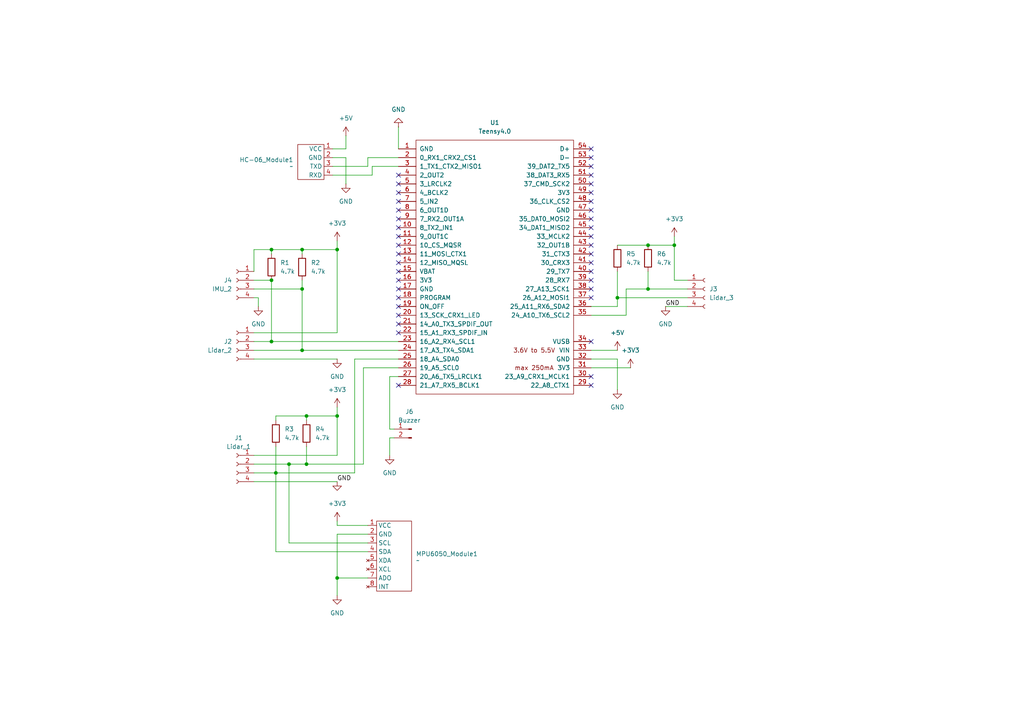
<source format=kicad_sch>
(kicad_sch (version 20231120) (generator "eeschema") (generator_version "8.0")
  (paper "A4")
  (lib_symbols
    (symbol "Connector:Conn_01x02_Pin" (pin_names (offset 1.016) hide)
      (property "Reference" "J" (at 0 2.54 0))
      (property "Value" "Conn_01x02_Pin" (at 0 -5.08 0))
      (symbol "Conn_01x02_Pin_1_1"
        (polyline (pts (xy 1.27 -2.54) (xy 0.8636 -2.54)) (stroke (width 0.1524)))
        (polyline (pts (xy 1.27 0) (xy 0.8636 0)) (stroke (width 0.1524)))
        (rectangle (start 0.8636 -2.413) (end 0 -2.667) (stroke (width 0.1524)) (fill (type outline)))
        (rectangle (start 0.8636 0.127) (end 0 -0.127) (stroke (width 0.1524)) (fill (type outline)))
        (pin passive line (at 5.08 0 180) (length 3.81) (name "Pin_1") (number "1"))
        (pin passive line (at 5.08 -2.54 180) (length 3.81) (name "Pin_2") (number "2"))
      )
    )
    (symbol "Connector:Conn_01x04_Socket" (pin_names (offset 1.016) hide)
      (property "Reference" "J" (at 0 5.08 0))
      (property "Value" "Conn_01x04_Socket" (at 0 -7.62 0))
      (symbol "Conn_01x04_Socket_1_1"
        (arc (start 0 -4.572) (mid -0.5058 -5.08) (end 0 -5.588) (stroke (width 0.1524)))
        (arc (start 0 -2.032) (mid -0.5058 -2.54) (end 0 -3.048) (stroke (width 0.1524)))
        (polyline (pts (xy -1.27 -5.08) (xy -0.508 -5.08)) (stroke (width 0.1524)))
        (polyline (pts (xy -1.27 -2.54) (xy -0.508 -2.54)) (stroke (width 0.1524)))
        (polyline (pts (xy -1.27 0) (xy -0.508 0)) (stroke (width 0.1524)))
        (polyline (pts (xy -1.27 2.54) (xy -0.508 2.54)) (stroke (width 0.1524)))
        (arc (start 0 0.508) (mid -0.5058 0) (end 0 -0.508) (stroke (width 0.1524)))
        (arc (start 0 3.048) (mid -0.5058 2.54) (end 0 2.032) (stroke (width 0.1524)))
        (pin passive line (at -5.08 2.54 0) (length 3.81) (name "Pin_1") (number "1"))
        (pin passive line (at -5.08 0 0) (length 3.81) (name "Pin_2") (number "2"))
        (pin passive line (at -5.08 -2.54 0) (length 3.81) (name "Pin_3") (number "3"))
        (pin passive line (at -5.08 -5.08 0) (length 3.81) (name "Pin_4") (number "4"))
      )
    )
    (symbol "Customs:HC-06_Module"
      (property "Reference" "HC-06_Module" (at 0 0 0))
      (symbol "HC-06_Module_0_1"
        (rectangle (start -3.81 5.08) (end 3.81 -5.08))
      )
      (symbol "HC-06_Module_1_1"
        (pin input line (at -6.35 3.81 0) (length 2.54) (name "VCC") (number "1"))
        (pin input line (at -6.35 1.27 0) (length 2.54) (name "GND") (number "2"))
        (pin output line (at -6.35 -1.27 0) (length 2.54) (name "TXD") (number "3"))
        (pin input line (at -6.35 -3.81 0) (length 2.54) (name "RXD") (number "4"))
      )
    )
    (symbol "Customs:MPU6050_Module"
      (property "Reference" "MPU6050_Module" (at 0 0 0))
      (symbol "MPU6050_Module_0_1"
        (rectangle (start -5.08 10.16) (end 5.08 -10.16))
      )
      (symbol "MPU6050_Module_1_1"
        (pin input line (at -7.62 8.89 0) (length 2.54) (name "VCC") (number "1"))
        (pin input line (at -7.62 6.35 0) (length 2.54) (name "GND") (number "2"))
        (pin input line (at -7.62 3.81 0) (length 2.54) (name "SCL") (number "3"))
        (pin bidirectional line (at -7.62 1.27 0) (length 2.54) (name "SDA") (number "4"))
        (pin no_connect line (at -7.62 -1.27 0) (length 2.54) (name "XDA") (number "5"))
        (pin no_connect line (at -7.62 -3.81 0) (length 2.54) (name "XCL") (number "6"))
        (pin input line (at -7.62 -6.35 0) (length 2.54) (name "ADO") (number "7"))
        (pin no_connect line (at -7.62 -8.89 0) (length 2.54) (name "INT") (number "8"))
      )
    )
    (symbol "Device:R" (pin_numbers hide) (pin_names (offset 0))
      (property "Reference" "R" (at 2.032 0 90))
      (property "Value" "R" (at 0 0 90))
      (symbol "R_0_1"
        (rectangle (start -1.016 -2.54) (end 1.016 2.54) (stroke (width 0.254)))
      )
      (symbol "R_1_1"
        (pin passive line (at 0 3.81 270) (length 1.27) (name "~") (number "1"))
        (pin passive line (at 0 -3.81 90) (length 1.27) (name "~") (number "2"))
      )
    )
    (symbol "power:+3V3" (power) (pin_numbers hide) (pin_names (offset 0) hide)
      (property "Value" "+3V3" (at 0 3.556 0))
      (symbol "+3V3_0_1"
        (polyline (pts (xy -0.762 1.27) (xy 0 2.54)))
        (polyline (pts (xy 0 0) (xy 0 2.54)))
        (polyline (pts (xy 0 2.54) (xy 0.762 1.27)))
      )
      (symbol "+3V3_1_1"
        (pin power_in line (at 0 0 90) (length 0) (name "~") (number "1"))
      )
    )
    (symbol "power:+5V" (power) (pin_numbers hide) (pin_names (offset 0) hide)
      (property "Value" "+5V" (at 0 3.556 0))
      (symbol "+5V_0_1"
        (polyline (pts (xy -0.762 1.27) (xy 0 2.54)))
        (polyline (pts (xy 0 0) (xy 0 2.54)))
        (polyline (pts (xy 0 2.54) (xy 0.762 1.27)))
      )
      (symbol "+5V_1_1"
        (pin power_in line (at 0 0 90) (length 0) (name "~") (number "1"))
      )
    )
    (symbol "power:GND" (power) (pin_numbers hide) (pin_names (offset 0) hide)
      (property "Value" "GND" (at 0 -3.81 0))
      (symbol "GND_0_1"
        (polyline (pts (xy 0 0) (xy 0 -1.27) (xy 1.27 -1.27) (xy 0 -2.54) (xy -1.27 -1.27) (xy 0 -1.27)))
      )
      (symbol "GND_1_1"
        (pin power_in line (at 0 0 270) (length 0) (name "~") (number "1"))
      )
    )
    (symbol "teensy:Teensy4.0" (pin_names (offset 1.016))
      (property "Reference" "U" (at 0 39.37 0))
      (property "Value" "Teensy4.0" (at 0 -39.37 0))
      (symbol "Teensy4.0_0_0"
        (text "3.6V to 5.5V" (at 11.43 -24.13 0) (effects (font (size 1.27 1.27))))
        (text "max 250mA" (at 11.43 -29.21 0) (effects (font (size 1.27 1.27))))
        (pin bidirectional line (at -27.94 11.43 0) (length 5.08) (name "8_TX2_IN1") (number "10"))
        (pin bidirectional line (at -27.94 8.89 0) (length 5.08) (name "9_OUT1C") (number "11"))
        (pin bidirectional line (at -27.94 6.35 0) (length 5.08) (name "10_CS_MQSR") (number "12"))
        (pin bidirectional line (at -27.94 3.81 0) (length 5.08) (name "11_MOSI_CTX1") (number "13"))
        (pin bidirectional line (at -27.94 1.27 0) (length 5.08) (name "12_MISO_MQSL") (number "14"))
        (pin power_in line (at -27.94 -1.27 0) (length 5.08) (name "VBAT") (number "15"))
        (pin power_in line (at -27.94 -3.81 0) (length 5.08) (name "3V3") (number "16"))
        (pin power_in line (at -27.94 -6.35 0) (length 5.08) (name "GND") (number "17"))
        (pin input line (at -27.94 -8.89 0) (length 5.08) (name "PROGRAM") (number "18"))
        (pin input line (at -27.94 -11.43 0) (length 5.08) (name "ON_OFF") (number "19"))
        (pin bidirectional line (at -27.94 -13.97 0) (length 5.08) (name "13_SCK_CRX1_LED") (number "20"))
        (pin bidirectional line (at -27.94 -16.51 0) (length 5.08) (name "14_A0_TX3_SPDIF_OUT") (number "21"))
        (pin bidirectional line (at -27.94 -19.05 0) (length 5.08) (name "15_A1_RX3_SPDIF_IN") (number "22"))
        (pin bidirectional line (at -27.94 -21.59 0) (length 5.08) (name "16_A2_RX4_SCL1") (number "23"))
        (pin bidirectional line (at -27.94 -24.13 0) (length 5.08) (name "17_A3_TX4_SDA1") (number "24"))
        (pin bidirectional line (at -27.94 -26.67 0) (length 5.08) (name "18_A4_SDA0") (number "25"))
        (pin bidirectional line (at -27.94 -29.21 0) (length 5.08) (name "19_A5_SCL0") (number "26"))
        (pin bidirectional line (at -27.94 -31.75 0) (length 5.08) (name "20_A6_TX5_LRCLK1") (number "27"))
        (pin bidirectional line (at -27.94 -34.29 0) (length 5.08) (name "21_A7_RX5_BCLK1") (number "28"))
        (pin bidirectional line (at 27.94 -34.29 180) (length 5.08) (name "22_A8_CTX1") (number "29"))
        (pin bidirectional line (at 27.94 -31.75 180) (length 5.08) (name "23_A9_CRX1_MCLK1") (number "30"))
        (pin power_out line (at 27.94 -29.21 180) (length 5.08) (name "3V3") (number "31"))
        (pin power_in line (at 27.94 -26.67 180) (length 5.08) (name "GND") (number "32"))
        (pin power_in line (at 27.94 -24.13 180) (length 5.08) (name "VIN") (number "33"))
        (pin power_out line (at 27.94 -21.59 180) (length 5.08) (name "VUSB") (number "34"))
        (pin bidirectional line (at 27.94 -13.97 180) (length 5.08) (name "24_A10_TX6_SCL2") (number "35"))
        (pin bidirectional line (at 27.94 -11.43 180) (length 5.08) (name "25_A11_RX6_SDA2") (number "36"))
        (pin bidirectional line (at 27.94 -8.89 180) (length 5.08) (name "26_A12_MOSI1") (number "37"))
        (pin bidirectional line (at 27.94 -6.35 180) (length 5.08) (name "27_A13_SCK1") (number "38"))
        (pin bidirectional line (at 27.94 -3.81 180) (length 5.08) (name "28_RX7") (number "39"))
        (pin bidirectional line (at 27.94 -1.27 180) (length 5.08) (name "29_TX7") (number "40"))
        (pin bidirectional line (at 27.94 1.27 180) (length 5.08) (name "30_CRX3") (number "41"))
        (pin bidirectional line (at 27.94 3.81 180) (length 5.08) (name "31_CTX3") (number "42"))
        (pin bidirectional line (at 27.94 6.35 180) (length 5.08) (name "32_OUT1B") (number "43"))
        (pin bidirectional line (at 27.94 8.89 180) (length 5.08) (name "33_MCLK2") (number "44"))
        (pin bidirectional line (at 27.94 11.43 180) (length 5.08) (name "34_DAT1_MISO2") (number "45"))
        (pin bidirectional line (at 27.94 13.97 180) (length 5.08) (name "35_DAT0_MOSI2") (number "46"))
        (pin power_out line (at 27.94 16.51 180) (length 5.08) (name "GND") (number "47"))
        (pin bidirectional line (at 27.94 19.05 180) (length 5.08) (name "36_CLK_CS2") (number "48"))
        (pin power_out line (at 27.94 21.59 180) (length 5.08) (name "3V3") (number "49"))
        (pin bidirectional line (at -27.94 24.13 0) (length 5.08) (name "3_LRCLK2") (number "5"))
        (pin bidirectional line (at 27.94 24.13 180) (length 5.08) (name "37_CMD_SCK2") (number "50"))
        (pin bidirectional line (at 27.94 26.67 180) (length 5.08) (name "38_DAT3_RX5") (number "51"))
        (pin bidirectional line (at 27.94 29.21 180) (length 5.08) (name "39_DAT2_TX5") (number "52"))
        (pin bidirectional line (at 27.94 31.75 180) (length 5.08) (name "D-") (number "53"))
        (pin bidirectional line (at 27.94 34.29 180) (length 5.08) (name "D+") (number "54"))
        (pin bidirectional line (at -27.94 21.59 0) (length 5.08) (name "4_BCLK2") (number "6"))
        (pin bidirectional line (at -27.94 19.05 0) (length 5.08) (name "5_IN2") (number "7"))
        (pin bidirectional line (at -27.94 16.51 0) (length 5.08) (name "6_OUT1D") (number "8"))
        (pin bidirectional line (at -27.94 13.97 0) (length 5.08) (name "7_RX2_OUT1A") (number "9"))
      )
      (symbol "Teensy4.0_0_1"
        (rectangle (start -22.86 36.83) (end 22.86 -36.83))
        (rectangle (start -20.32 -31.75) (end -20.32 -31.75))
      )
      (symbol "Teensy4.0_1_1"
        (pin power_in line (at -27.94 34.29 0) (length 5.08) (name "GND") (number "1"))
        (pin bidirectional line (at -27.94 31.75 0) (length 5.08) (name "0_RX1_CRX2_CS1") (number "2"))
        (pin bidirectional line (at -27.94 29.21 0) (length 5.08) (name "1_TX1_CTX2_MISO1") (number "3"))
        (pin bidirectional line (at -27.94 26.67 0) (length 5.08) (name "2_OUT2") (number "4"))
      )
    )
  )
  (junction (at 87.63 83.82))
  (junction (at 179.07 86.36))
  (junction (at 187.96 71.12))
  (junction (at 87.63 72.39))
  (junction (at 88.9 134.62))
  (junction (at 88.9 120.65))
  (junction (at 97.79 72.39))
  (junction (at 83.82 134.62))
  (junction (at 78.74 99.06))
  (junction (at 195.58 71.12))
  (junction (at 78.74 72.39))
  (junction (at 97.79 120.65))
  (junction (at 80.01 137.16))
  (junction (at 187.96 83.82))
  (junction (at 97.79 167.64))
  (junction (at 87.63 101.6))
  (junction (at 78.74 81.28))
  (no_connect (at 171.45 50.8))
  (no_connect (at 115.57 78.74))
  (no_connect (at 115.57 60.96))
  (no_connect (at 115.57 50.8))
  (no_connect (at 171.45 53.34))
  (no_connect (at 171.45 71.12))
  (no_connect (at 115.57 111.76))
  (no_connect (at 171.45 68.58))
  (no_connect (at 115.57 68.58))
  (no_connect (at 115.57 76.2))
  (no_connect (at 171.45 83.82))
  (no_connect (at 171.45 63.5))
  (no_connect (at 115.57 73.66))
  (no_connect (at 115.57 83.82))
  (no_connect (at 115.57 66.04))
  (no_connect (at 171.45 109.22))
  (no_connect (at 115.57 55.88))
  (no_connect (at 115.57 81.28))
  (no_connect (at 115.57 96.52))
  (no_connect (at 171.45 43.18))
  (no_connect (at 115.57 53.34))
  (no_connect (at 115.57 91.44))
  (no_connect (at 171.45 48.26))
  (no_connect (at 115.57 58.42))
  (no_connect (at 171.45 55.88))
  (no_connect (at 115.57 88.9))
  (no_connect (at 115.57 71.12))
  (no_connect (at 171.45 73.66))
  (no_connect (at 171.45 99.06))
  (no_connect (at 171.45 76.2))
  (no_connect (at 171.45 78.74))
  (no_connect (at 171.45 60.96))
  (no_connect (at 171.45 81.28))
  (no_connect (at 115.57 93.98))
  (no_connect (at 171.45 45.72))
  (no_connect (at 171.45 111.76))
  (no_connect (at 171.45 58.42))
  (no_connect (at 171.45 86.36))
  (no_connect (at 171.45 66.04))
  (no_connect (at 115.57 86.36))
  (no_connect (at 115.57 63.5))
  (wire (pts (xy 73.66 72.39) (xy 78.74 72.39)))
  (wire (pts (xy 73.66 86.36) (xy 74.93 86.36)))
  (wire (pts (xy 113.03 124.46) (xy 114.3 124.46)))
  (wire (pts (xy 115.57 109.22) (xy 113.03 109.22)))
  (wire (pts (xy 100.33 45.72) (xy 100.33 53.34)))
  (wire (pts (xy 83.82 134.62) (xy 88.9 134.62)))
  (wire (pts (xy 106.68 152.4) (xy 97.79 152.4)))
  (wire (pts (xy 187.96 71.12) (xy 195.58 71.12)))
  (wire (pts (xy 73.66 81.28) (xy 78.74 81.28)))
  (wire (pts (xy 106.68 45.72) (xy 115.57 45.72)))
  (wire (pts (xy 87.63 72.39) (xy 87.63 73.66)))
  (wire (pts (xy 80.01 129.54) (xy 80.01 137.16)))
  (wire (pts (xy 88.9 120.65) (xy 88.9 121.92)))
  (wire (pts (xy 181.61 91.44) (xy 171.45 91.44)))
  (wire (pts (xy 73.66 104.14) (xy 97.79 104.14)))
  (wire (pts (xy 102.87 137.16) (xy 102.87 104.14)))
  (wire (pts (xy 74.93 86.36) (xy 74.93 88.9)))
  (wire (pts (xy 179.07 78.74) (xy 179.07 86.36)))
  (wire (pts (xy 78.74 72.39) (xy 87.63 72.39)))
  (wire (pts (xy 100.33 39.37) (xy 100.33 43.18)))
  (wire (pts (xy 97.79 167.64) (xy 97.79 172.72)))
  (wire (pts (xy 73.66 101.6) (xy 87.63 101.6)))
  (wire (pts (xy 171.45 106.68) (xy 182.88 106.68)))
  (wire (pts (xy 78.74 72.39) (xy 78.74 73.66)))
  (wire (pts (xy 171.45 88.9) (xy 179.07 88.9)))
  (wire (pts (xy 73.66 139.7) (xy 97.79 139.7)))
  (wire (pts (xy 73.66 132.08) (xy 97.79 132.08)))
  (wire (pts (xy 179.07 86.36) (xy 179.07 88.9)))
  (wire (pts (xy 96.52 50.8) (xy 107.95 50.8)))
  (wire (pts (xy 83.82 157.48) (xy 83.82 134.62)))
  (wire (pts (xy 97.79 167.64) (xy 106.68 167.64)))
  (wire (pts (xy 105.41 106.68) (xy 115.57 106.68)))
  (wire (pts (xy 97.79 118.11) (xy 97.79 120.65)))
  (wire (pts (xy 97.79 72.39) (xy 97.79 96.52)))
  (wire (pts (xy 96.52 45.72) (xy 100.33 45.72)))
  (wire (pts (xy 97.79 69.85) (xy 97.79 72.39)))
  (wire (pts (xy 115.57 36.83) (xy 115.57 43.18)))
  (wire (pts (xy 97.79 151.13) (xy 97.79 152.4)))
  (wire (pts (xy 113.03 127) (xy 113.03 132.08)))
  (wire (pts (xy 96.52 48.26) (xy 106.68 48.26)))
  (wire (pts (xy 96.52 43.18) (xy 100.33 43.18)))
  (wire (pts (xy 83.82 157.48) (xy 106.68 157.48)))
  (wire (pts (xy 78.74 99.06) (xy 115.57 99.06)))
  (wire (pts (xy 113.03 127) (xy 114.3 127)))
  (wire (pts (xy 195.58 71.12) (xy 195.58 81.28)))
  (wire (pts (xy 105.41 134.62) (xy 105.41 106.68)))
  (wire (pts (xy 107.95 48.26) (xy 115.57 48.26)))
  (wire (pts (xy 73.66 78.74) (xy 73.66 72.39)))
  (wire (pts (xy 73.66 137.16) (xy 80.01 137.16)))
  (wire (pts (xy 106.68 48.26) (xy 106.68 45.72)))
  (wire (pts (xy 181.61 83.82) (xy 187.96 83.82)))
  (wire (pts (xy 80.01 137.16) (xy 102.87 137.16)))
  (wire (pts (xy 87.63 81.28) (xy 87.63 83.82)))
  (wire (pts (xy 102.87 104.14) (xy 115.57 104.14)))
  (wire (pts (xy 181.61 83.82) (xy 181.61 91.44)))
  (wire (pts (xy 88.9 120.65) (xy 97.79 120.65)))
  (wire (pts (xy 113.03 109.22) (xy 113.03 124.46)))
  (wire (pts (xy 73.66 99.06) (xy 78.74 99.06)))
  (wire (pts (xy 73.66 83.82) (xy 87.63 83.82)))
  (wire (pts (xy 88.9 129.54) (xy 88.9 134.62)))
  (wire (pts (xy 106.68 154.94) (xy 97.79 154.94)))
  (wire (pts (xy 187.96 78.74) (xy 187.96 83.82)))
  (wire (pts (xy 171.45 101.6) (xy 179.07 101.6)))
  (wire (pts (xy 195.58 68.58) (xy 195.58 71.12)))
  (wire (pts (xy 78.74 81.28) (xy 78.74 99.06)))
  (wire (pts (xy 73.66 96.52) (xy 97.79 96.52)))
  (wire (pts (xy 107.95 50.8) (xy 107.95 48.26)))
  (wire (pts (xy 73.66 134.62) (xy 83.82 134.62)))
  (wire (pts (xy 97.79 154.94) (xy 97.79 167.64)))
  (wire (pts (xy 193.04 88.9) (xy 199.39 88.9)))
  (wire (pts (xy 87.63 72.39) (xy 97.79 72.39)))
  (wire (pts (xy 88.9 134.62) (xy 105.41 134.62)))
  (wire (pts (xy 87.63 83.82) (xy 87.63 101.6)))
  (wire (pts (xy 171.45 104.14) (xy 179.07 104.14)))
  (wire (pts (xy 195.58 81.28) (xy 199.39 81.28)))
  (wire (pts (xy 80.01 120.65) (xy 88.9 120.65)))
  (wire (pts (xy 199.39 86.36) (xy 179.07 86.36)))
  (wire (pts (xy 80.01 120.65) (xy 80.01 121.92)))
  (wire (pts (xy 179.07 71.12) (xy 187.96 71.12)))
  (wire (pts (xy 97.79 120.65) (xy 97.79 132.08)))
  (wire (pts (xy 179.07 104.14) (xy 179.07 113.03)))
  (wire (pts (xy 106.68 160.02) (xy 80.01 160.02)))
  (wire (pts (xy 199.39 83.82) (xy 187.96 83.82)))
  (wire (pts (xy 87.63 101.6) (xy 115.57 101.6)))
  (wire (pts (xy 80.01 137.16) (xy 80.01 160.02)))
  (label "GND" (at 97.79 139.7 0))
  (label "GND" (at 193.04 88.9 0))
  (symbol (lib_id "power:GND") (at 115.57 36.83 180) (unit 1)
    (property "Reference" "#PWR09" (effects (hide yes)))
    (property "Value" "GND" (at 115.57 31.75 0))
    (property "Description" "Power symbol creates a global label with name \"GND\" , ground" (effects (hide yes)))
  )
  (symbol (lib_id "power:+5V") (at 179.07 101.6 0) (unit 1)
    (property "Reference" "#PWR013" (effects (hide yes)))
    (property "Value" "+5V" (at 179.07 96.52 0))
    (property "Description" "Power symbol creates a global label with name \"+5V\"" (effects (hide yes)))
  )
  (symbol (lib_id "Connector:Conn_01x04_Socket") (at 68.58 134.62 0) (mirror y) (unit 1)
    (property "Reference" "J1" (at 69.215 127 0))
    (property "Value" "Lidar_1" (at 69.215 129.54 0))
    (property "Footprint" "OPL_Connector:GROVE-HW4-2.0-90D" (effects (hide yes)))
    (property "Description" "Generic connector, single row, 01x04, script generated" (effects (hide yes)))
  )
  (symbol (lib_id "Device:R") (at 80.01 125.73 0) (unit 1)
    (property "Reference" "R3" (at 82.55 124.4599 0) (effects (justify left)))
    (property "Value" "4.7k" (at 82.55 126.9999 0) (effects (justify left)))
    (property "Footprint" "Resistor_THT:R_Axial_DIN0207_L6.3mm_D2.5mm_P10.16mm_Horizontal" (effects (hide yes)))
    (property "Description" "Resistor" (effects (hide yes)))
  )
  (symbol (lib_id "Device:R") (at 87.63 77.47 0) (unit 1)
    (property "Reference" "R2" (at 90.17 76.1999 0) (effects (justify left)))
    (property "Value" "4.7k" (at 90.17 78.7399 0) (effects (justify left)))
    (property "Footprint" "Resistor_THT:R_Axial_DIN0207_L6.3mm_D2.5mm_P10.16mm_Horizontal" (effects (hide yes)))
    (property "Description" "Resistor" (effects (hide yes)))
  )
  (symbol (lib_id "Device:R") (at 187.96 74.93 0) (unit 1)
    (property "Reference" "R6" (at 190.5 73.6599 0) (effects (justify left)))
    (property "Value" "4.7k" (at 190.5 76.1999 0) (effects (justify left)))
    (property "Footprint" "Resistor_THT:R_Axial_DIN0207_L6.3mm_D2.5mm_P10.16mm_Horizontal" (effects (hide yes)))
    (property "Description" "Resistor" (effects (hide yes)))
  )
  (symbol (lib_id "power:+3V3") (at 97.79 118.11 0) (unit 1)
    (property "Reference" "#PWR02" (effects (hide yes)))
    (property "Value" "+3V3" (at 97.79 113.03 0))
    (property "Description" "Power symbol creates a global label with name \"+3V3\"" (effects (hide yes)))
  )
  (symbol (lib_id "Device:R") (at 179.07 74.93 0) (unit 1)
    (property "Reference" "R5" (at 181.61 73.6599 0) (effects (justify left)))
    (property "Value" "4.7k" (at 181.61 76.1999 0) (effects (justify left)))
    (property "Footprint" "Resistor_THT:R_Axial_DIN0207_L6.3mm_D2.5mm_P10.16mm_Horizontal" (effects (hide yes)))
    (property "Description" "Resistor" (effects (hide yes)))
  )
  (symbol (lib_id "power:GND") (at 74.93 88.9 0) (unit 1)
    (property "Reference" "#PWR016" (effects (hide yes)))
    (property "Value" "GND" (at 74.93 93.98 0))
    (property "Description" "Power symbol creates a global label with name \"GND\" , ground" (effects (hide yes)))
  )
  (symbol (lib_id "teensy:Teensy4.0") (at 143.51 77.47 0) (unit 1)
    (property "Reference" "U1" (at 143.51 35.56 0))
    (property "Value" "Teensy4.0" (at 143.51 38.1 0))
    (property "Footprint" "teensy:Teensy40" (effects (hide yes)))
  )
  (symbol (lib_id "Customs:HC-06_Module") (at 90.17 46.99 0) (mirror y) (unit 1)
    (property "Reference" "HC-06_Module1" (at 85.09 46.3549 0) (effects (justify left)))
    (property "Value" "~" (at 85.09 48.26 0) (effects (justify left)))
    (property "Footprint" "Customs:HC-06_Module" (effects (hide yes)))
  )
  (symbol (lib_id "Device:R") (at 88.9 125.73 0) (unit 1)
    (property "Reference" "R4" (at 91.44 124.4599 0) (effects (justify left)))
    (property "Value" "4.7k" (at 91.44 126.9999 0) (effects (justify left)))
    (property "Footprint" "Resistor_THT:R_Axial_DIN0207_L6.3mm_D2.5mm_P10.16mm_Horizontal" (effects (hide yes)))
    (property "Description" "Resistor" (effects (hide yes)))
  )
  (symbol (lib_id "power:+3V3") (at 97.79 69.85 0) (unit 1)
    (property "Reference" "#PWR01" (effects (hide yes)))
    (property "Value" "+3V3" (at 97.79 64.77 0))
    (property "Description" "Power symbol creates a global label with name \"+3V3\"" (effects (hide yes)))
  )
  (symbol (lib_id "power:GND") (at 97.79 104.14 0) (unit 1)
    (property "Reference" "#PWR08" (effects (hide yes)))
    (property "Value" "GND" (at 97.79 109.22 0))
    (property "Description" "Power symbol creates a global label with name \"GND\" , ground" (effects (hide yes)))
  )
  (symbol (lib_id "Connector:Conn_01x04_Socket") (at 68.58 81.28 0) (mirror y) (unit 1)
    (property "Reference" "J4" (at 67.31 81.2799 0) (effects (justify left)))
    (property "Value" "IMU_2" (at 67.31 83.8199 0) (effects (justify left)))
    (property "Footprint" "Connector_PinHeader_2.54mm:PinHeader_1x04_P2.54mm_Vertical" (effects (hide yes)))
    (property "Description" "Generic connector, single row, 01x04, script generated" (effects (hide yes)))
  )
  (symbol (lib_id "power:+5V") (at 100.33 39.37 0) (unit 1)
    (property "Reference" "#PWR010" (effects (hide yes)))
    (property "Value" "+5V" (at 100.33 34.29 0))
    (property "Description" "Power symbol creates a global label with name \"+5V\"" (effects (hide yes)))
  )
  (symbol (lib_id "Device:R") (at 78.74 77.47 0) (unit 1)
    (property "Reference" "R1" (at 81.28 76.1999 0) (effects (justify left)))
    (property "Value" "4.7k" (at 81.28 78.7399 0) (effects (justify left)))
    (property "Footprint" "Resistor_THT:R_Axial_DIN0207_L6.3mm_D2.5mm_P10.16mm_Horizontal" (effects (hide yes)))
    (property "Description" "Resistor" (effects (hide yes)))
  )
  (symbol (lib_id "power:GND") (at 113.03 132.08 0) (unit 1)
    (property "Reference" "#PWR011" (effects (hide yes)))
    (property "Value" "GND" (at 113.03 137.16 0))
    (property "Description" "Power symbol creates a global label with name \"GND\" , ground" (effects (hide yes)))
  )
  (symbol (lib_id "power:GND") (at 179.07 113.03 0) (unit 1)
    (property "Reference" "#PWR015" (effects (hide yes)))
    (property "Value" "GND" (at 179.07 118.11 0))
    (property "Description" "Power symbol creates a global label with name \"GND\" , ground" (effects (hide yes)))
  )
  (symbol (lib_id "power:GND") (at 193.04 88.9 0) (unit 1)
    (property "Reference" "#PWR05" (effects (hide yes)))
    (property "Value" "GND" (at 193.04 93.98 0))
    (property "Description" "Power symbol creates a global label with name \"GND\" , ground" (effects (hide yes)))
  )
  (symbol (lib_id "Customs:MPU6050_Module") (at 114.3 161.29 0) (unit 1)
    (property "Reference" "MPU6050_Module1" (at 120.65 160.6549 0) (effects (justify left)))
    (property "Value" "~" (at 120.65 162.56 0) (effects (justify left)))
    (property "Footprint" "Customs:MPU6050_Module" (effects (hide yes)))
  )
  (symbol (lib_id "power:GND") (at 100.33 53.34 0) (unit 1)
    (property "Reference" "#PWR012" (effects (hide yes)))
    (property "Value" "GND" (at 100.33 58.42 0))
    (property "Description" "Power symbol creates a global label with name \"GND\" , ground" (effects (hide yes)))
  )
  (symbol (lib_id "Connector:Conn_01x02_Pin") (at 119.38 124.46 0) (mirror y) (unit 1)
    (property "Reference" "J6" (at 118.745 119.38 0))
    (property "Value" "Buzzer" (at 118.745 121.92 0))
    (property "Footprint" "Customs:Small_Buzzer" (effects (hide yes)))
    (property "Description" "Generic connector, single row, 01x02, script generated" (effects (hide yes)))
  )
  (symbol (lib_id "power:GND") (at 97.79 172.72 0) (unit 1)
    (property "Reference" "#PWR03" (effects (hide yes)))
    (property "Value" "GND" (at 97.79 177.8 0))
    (property "Description" "Power symbol creates a global label with name \"GND\" , ground" (effects (hide yes)))
  )
  (symbol (lib_id "power:+3V3") (at 97.79 151.13 0) (unit 1)
    (property "Reference" "#PWR06" (effects (hide yes)))
    (property "Value" "+3V3" (at 97.79 146.05 0))
    (property "Description" "Power symbol creates a global label with name \"+3V3\"" (effects (hide yes)))
  )
  (symbol (lib_id "power:+3V3") (at 182.88 106.68 0) (unit 1)
    (property "Reference" "#PWR014" (effects (hide yes)))
    (property "Value" "+3V3" (at 182.88 101.6 0))
    (property "Description" "Power symbol creates a global label with name \"+3V3\"" (effects (hide yes)))
  )
  (symbol (lib_id "Connector:Conn_01x04_Socket") (at 68.58 99.06 0) (mirror y) (unit 1)
    (property "Reference" "J2" (at 67.31 99.0599 0) (effects (justify left)))
    (property "Value" "Lidar_2" (at 67.31 101.5999 0) (effects (justify left)))
    (property "Footprint" "OPL_Connector:GROVE-HW4-2.0-90D" (effects (hide yes)))
    (property "Description" "Generic connector, single row, 01x04, script generated" (effects (hide yes)))
  )
  (symbol (lib_id "power:GND") (at 97.79 139.7 0) (unit 1)
    (property "Reference" "#PWR07" (effects (hide yes)))
    (property "Value" "GND" (effects (hide yes)))
    (property "Description" "Power symbol creates a global label with name \"GND\" , ground" (effects (hide yes)))
  )
  (symbol (lib_id "power:+3V3") (at 195.58 68.58 0) (unit 1)
    (property "Reference" "#PWR04" (effects (hide yes)))
    (property "Value" "+3V3" (at 195.58 63.5 0))
    (property "Description" "Power symbol creates a global label with name \"+3V3\"" (effects (hide yes)))
  )
  (symbol (lib_id "Connector:Conn_01x04_Socket") (at 204.47 83.82 0) (unit 1)
    (property "Reference" "J3" (at 205.74 83.8199 0) (effects (justify left)))
    (property "Value" "Lidar_3" (at 205.74 86.3599 0) (effects (justify left)))
    (property "Footprint" "OPL_Connector:GROVE-HW4-2.0-90D" (effects (hide yes)))
    (property "Description" "Generic connector, single row, 01x04, script generated" (effects (hide yes)))
  )
)
</source>
